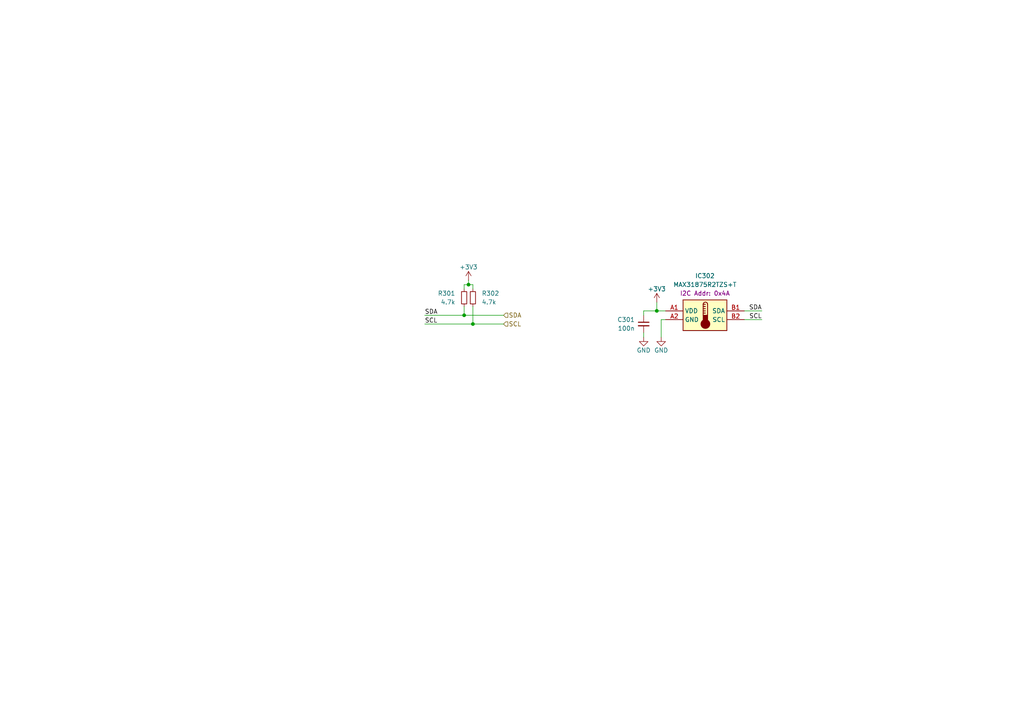
<source format=kicad_sch>
(kicad_sch (version 20231120) (generator "eeschema") (generator_version "8.0")
  (paper "A4")
  (lib_symbols
    (symbol "Device:C_Small" (pin_numbers hide) (pin_names (offset 0.254) hide)
      (property "Reference" "C" (at 0.254 1.778 0))
      (property "Value" "C_Small" (at 0.254 -2.032 0))
      (symbol "C_Small_0_1"
        (polyline (pts (xy -1.524 -0.508) (xy 1.524 -0.508)) (stroke (width 0.3302)))
        (polyline (pts (xy -1.524 0.508) (xy 1.524 0.508)) (stroke (width 0.3048)))
      )
      (symbol "C_Small_1_1"
        (pin passive line (at 0 2.54 270) (length 2.032) (name "~") (number "1"))
        (pin passive line (at 0 -2.54 90) (length 2.032) (name "~") (number "2"))
      )
    )
    (symbol "Device:R_Small" (pin_numbers hide) (pin_names (offset 0.254) hide)
      (property "Reference" "R" (at 0.762 0.508 0))
      (property "Value" "R_Small" (at 0.762 -1.016 0))
      (symbol "R_Small_0_1"
        (rectangle (start -0.762 1.778) (end 0.762 -1.778) (stroke (width 0.2032)))
      )
      (symbol "R_Small_1_1"
        (pin passive line (at 0 2.54 270) (length 0.762) (name "~") (number "1"))
        (pin passive line (at 0 -2.54 90) (length 0.762) (name "~") (number "2"))
      )
    )
    (symbol "extras:MAX31875R2TZS+T"
      (property "Reference" "IC" (at 5.08 7.62 0))
      (property "Value" "MAX31875R2TZS+T" (at 5.08 5.08 0))
      (symbol "MAX31875R2TZS+T_0_1"
        (polyline (pts (xy 10.922 -0.635) (xy 11.557 -0.635)) (stroke (width 0.254)))
        (polyline (pts (xy 10.922 0) (xy 11.557 0)) (stroke (width 0.254)))
        (polyline (pts (xy 10.922 0.635) (xy 11.557 0.635)) (stroke (width 0.254)))
        (polyline (pts (xy 10.922 1.27) (xy 11.557 1.27)) (stroke (width 0.254)))
        (polyline (pts (xy 10.922 1.905) (xy 10.922 -1.27)) (stroke (width 0.254)))
        (polyline (pts (xy 10.922 1.905) (xy 11.557 1.905)) (stroke (width 0.254)))
        (polyline (pts (xy 12.192 1.905) (xy 12.192 -1.27)) (stroke (width 0.254)))
        (circle (center 11.557 -3.81) (radius 1.27) (stroke (width 0.254)) (fill (type outline)))
        (rectangle (start 12.192 -3.175) (end 10.922 -1.27) (stroke (width 0.254)) (fill (type outline)))
        (arc (start 12.192 1.905) (mid 11.557 2.5373) (end 10.922 1.905) (stroke (width 0.254)))
      )
      (symbol "MAX31875R2TZS+T_1_1"
        (rectangle (start 5.08 3.175) (end 17.78 -5.715) (stroke (width 0.254)) (fill (type background)))
        (pin passive line (at 0 0 0) (length 5.08) (name "VDD") (number "A1"))
        (pin passive line (at 0 -2.54 0) (length 5.08) (name "GND") (number "A2"))
        (pin passive line (at 22.86 0 180) (length 5.08) (name "SDA") (number "B1"))
        (pin passive line (at 22.86 -2.54 180) (length 5.08) (name "SCL") (number "B2"))
      )
    )
    (symbol "power:+3V3" (power) (pin_numbers hide) (pin_names (offset 0) hide)
      (property "Value" "+3V3" (at 0 3.556 0))
      (symbol "+3V3_0_1"
        (polyline (pts (xy -0.762 1.27) (xy 0 2.54)))
        (polyline (pts (xy 0 0) (xy 0 2.54)))
        (polyline (pts (xy 0 2.54) (xy 0.762 1.27)))
      )
      (symbol "+3V3_1_1"
        (pin power_in line (at 0 0 90) (length 0) (name "~") (number "1"))
      )
    )
    (symbol "power:GND" (power) (pin_numbers hide) (pin_names (offset 0) hide)
      (property "Value" "GND" (at 0 -3.81 0))
      (symbol "GND_0_1"
        (polyline (pts (xy 0 0) (xy 0 -1.27) (xy 1.27 -1.27) (xy 0 -2.54) (xy -1.27 -1.27) (xy 0 -1.27)))
      )
      (symbol "GND_1_1"
        (pin power_in line (at 0 0 270) (length 0) (name "~") (number "1"))
      )
    )
  )
  (junction (at 137.16 93.98))
  (junction (at 135.89 82.55))
  (junction (at 134.62 91.44))
  (junction (at 190.5 90.17))
  (wire (pts (xy 137.16 93.98) (xy 146.05 93.98)))
  (wire (pts (xy 191.77 92.71) (xy 193.04 92.71)))
  (wire (pts (xy 190.5 90.17) (xy 193.04 90.17)))
  (wire (pts (xy 134.62 82.55) (xy 135.89 82.55)))
  (wire (pts (xy 137.16 88.9) (xy 137.16 93.98)))
  (wire (pts (xy 190.5 90.17) (xy 190.5 87.63)))
  (wire (pts (xy 135.89 82.55) (xy 137.16 82.55)))
  (wire (pts (xy 186.69 90.17) (xy 190.5 90.17)))
  (wire (pts (xy 135.89 81.28) (xy 135.89 82.55)))
  (wire (pts (xy 134.62 88.9) (xy 134.62 91.44)))
  (wire (pts (xy 191.77 92.71) (xy 191.77 97.79)))
  (wire (pts (xy 186.69 91.44) (xy 186.69 90.17)))
  (wire (pts (xy 123.19 91.44) (xy 134.62 91.44)))
  (wire (pts (xy 134.62 83.82) (xy 134.62 82.55)))
  (wire (pts (xy 137.16 82.55) (xy 137.16 83.82)))
  (wire (pts (xy 215.9 90.17) (xy 220.98 90.17)))
  (wire (pts (xy 123.19 93.98) (xy 137.16 93.98)))
  (wire (pts (xy 134.62 91.44) (xy 146.05 91.44)))
  (wire (pts (xy 215.9 92.71) (xy 220.98 92.71)))
  (wire (pts (xy 186.69 96.52) (xy 186.69 97.79)))
  (label "SDA" (at 123.19 91.44 0))
  (label "SDA" (at 220.98 90.17 180))
  (label "SCL" (at 123.19 93.98 0))
  (label "SCL" (at 220.98 92.71 180))
  (hierarchical_label "SCL" (shape input) (at 146.05 93.98 0))
  (hierarchical_label "SDA" (shape input) (at 146.05 91.44 0))
  (symbol (lib_id "power:+3V3") (at 190.5 87.63 0) (unit 1)
    (property "Reference" "#PWR0304" (effects (hide yes)))
    (property "Value" "+3V3" (at 190.5 83.82 0))
    (property "Description" "Power symbol creates a global label with name \"+3V3\"" (effects (hide yes)))
  )
  (symbol (lib_id "power:+3V3") (at 135.89 81.28 0) (unit 1)
    (property "Reference" "#PWR0306" (effects (hide yes)))
    (property "Value" "+3V3" (at 135.89 77.47 0))
    (property "Description" "Power symbol creates a global label with name \"+3V3\"" (effects (hide yes)))
  )
  (symbol (lib_id "extras:MAX31875R2TZS+T") (at 193.04 90.17 0) (unit 1)
    (property "Reference" "IC302" (at 204.47 80.01 0))
    (property "Value" "MAX31875R2TZS+T" (at 204.47 82.55 0))
    (property "Footprint" "extras:BGA4C40P2X2_84X84X37" (effects (hide yes)))
    (property "Datasheet" "https://www.analog.com/media/en/technical-documentation/data-sheets/MAX31875.pdf" (effects (hide yes)))
    (property "Description" "Low-Power I2C Temperature Sensor in WLP Package" (effects (hide yes)))
    (property "Height" "0.37" (effects (hide yes)))
    (property "Manufacturer_Name" "Analog Devices" (effects (hide yes)))
    (property "Manufacturer_Part_Number" "MAX31875R2TZS+T" (effects (hide yes)))
    (property "Arrow Part Number" "MAX31875R2TZS+T" (effects (hide yes)))
    (property "Arrow Price/Stock" "https://www.arrow.com/en/products/max31875r2tzst/maxim-integrated?region=nac" (effects (hide yes)))
    (property "I2C Addr" "0x4A" (at 204.47 85.09 0) (show_name yes))
  )
  (symbol (lib_id "Device:R_Small") (at 134.62 86.36 180) (unit 1)
    (property "Reference" "R301" (at 132.08 85.0899 0) (effects (justify left)))
    (property "Value" "4.7k" (at 132.08 87.6299 0) (effects (justify left)))
    (property "Footprint" "extras:R_0402" (effects (hide yes)))
    (property "Description" "Resistor, small symbol" (effects (hide yes)))
    (property "Mouser Part Number" "652-CR0402FX-47R0GLF" (effects (hide yes)))
  )
  (symbol (lib_id "power:GND") (at 191.77 97.79 0) (unit 1)
    (property "Reference" "#PWR0305" (effects (hide yes)))
    (property "Value" "GND" (at 191.77 101.6 0))
    (property "Description" "Power symbol creates a global label with name \"GND\" , ground" (effects (hide yes)))
  )
  (symbol (lib_id "power:GND") (at 186.69 97.79 0) (unit 1)
    (property "Reference" "#PWR0307" (effects (hide yes)))
    (property "Value" "GND" (at 186.69 101.6 0))
    (property "Description" "Power symbol creates a global label with name \"GND\" , ground" (effects (hide yes)))
  )
  (symbol (lib_id "Device:C_Small") (at 186.69 93.98 0) (mirror y) (unit 1)
    (property "Reference" "C301" (at 184.15 92.7162 0) (effects (justify left)))
    (property "Value" "100n" (at 184.15 95.2562 0) (effects (justify left)))
    (property "Footprint" "extras:C_0402" (effects (hide yes)))
    (property "Description" "Unpolarized capacitor, small symbol" (effects (hide yes)))
    (property "Mouser Part Number" "187-80-C0402C104K4R7867" (effects (hide yes)))
  )
  (symbol (lib_id "Device:R_Small") (at 137.16 86.36 180) (unit 1)
    (property "Reference" "R302" (at 139.7 85.0899 0) (effects (justify right)))
    (property "Value" "4.7k" (at 139.7 87.6299 0) (effects (justify right)))
    (property "Footprint" "extras:R_0402" (effects (hide yes)))
    (property "Description" "Resistor, small symbol" (effects (hide yes)))
    (property "Mouser Part Number" "652-CR0402FX-47R0GLF" (effects (hide yes)))
  )
)
</source>
